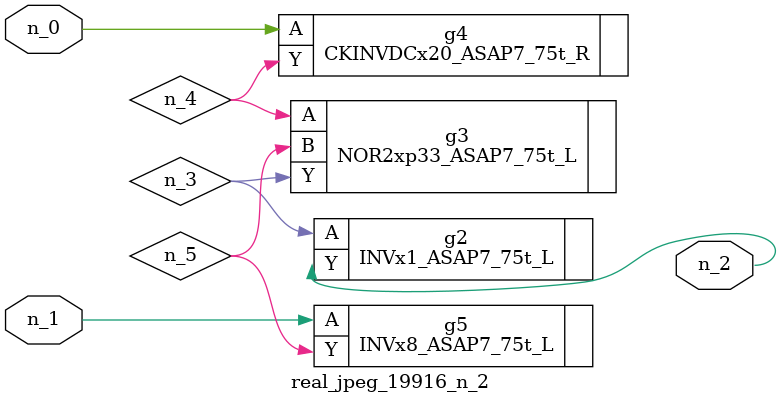
<source format=v>
module real_jpeg_19916_n_2 (n_1, n_0, n_2);

input n_1;
input n_0;

output n_2;

wire n_5;
wire n_4;
wire n_3;

CKINVDCx20_ASAP7_75t_R g4 ( 
.A(n_0),
.Y(n_4)
);

INVx8_ASAP7_75t_L g5 ( 
.A(n_1),
.Y(n_5)
);

INVx1_ASAP7_75t_L g2 ( 
.A(n_3),
.Y(n_2)
);

NOR2xp33_ASAP7_75t_L g3 ( 
.A(n_4),
.B(n_5),
.Y(n_3)
);


endmodule
</source>
